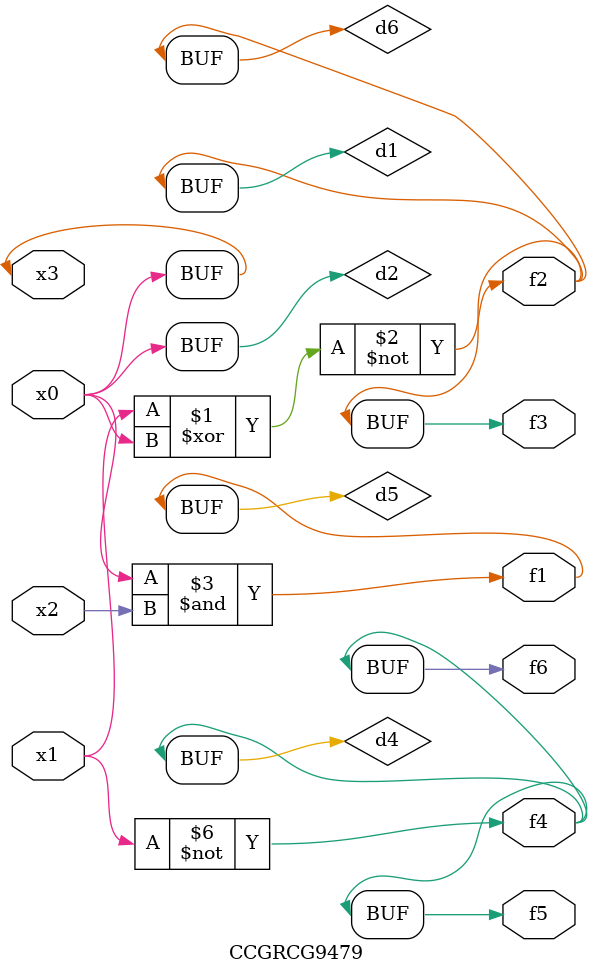
<source format=v>
module CCGRCG9479(
	input x0, x1, x2, x3,
	output f1, f2, f3, f4, f5, f6
);

	wire d1, d2, d3, d4, d5, d6;

	xnor (d1, x1, x3);
	buf (d2, x0, x3);
	nand (d3, x0, x2);
	not (d4, x1);
	nand (d5, d3);
	or (d6, d1);
	assign f1 = d5;
	assign f2 = d6;
	assign f3 = d6;
	assign f4 = d4;
	assign f5 = d4;
	assign f6 = d4;
endmodule

</source>
